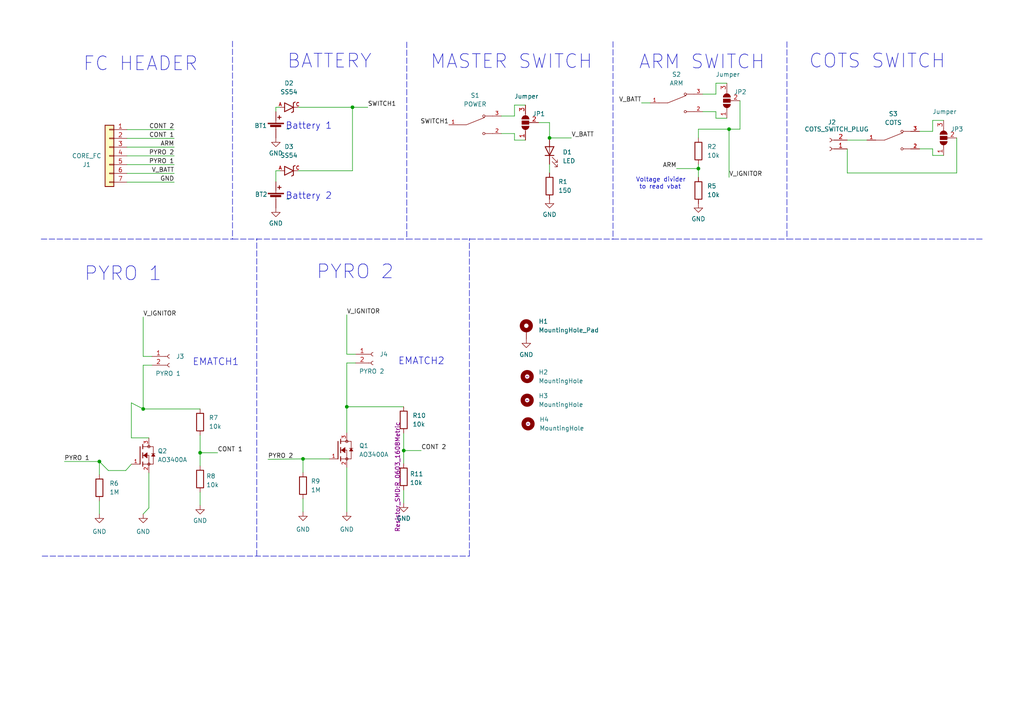
<source format=kicad_sch>
(kicad_sch (version 20211123) (generator eeschema)
  (paper "A4")
  (lib_symbols
    (symbol "AO3400A:AO3400A" (pin_names (offset 1.016))
      (property "Reference" "Q" (at -8.89 2.54 0))
      (property "Value" "AO3400A" (at -8.89 -7.62 0))
      (symbol "AO3400A_0_0"
        (polyline (pts (xy 0 2.54) (xy 0 -2.54)) (stroke (width 0.254)))
        (polyline (pts (xy 0.762 -2.54) (xy 0.762 -3.175)) (stroke (width 0.254)))
        (polyline (pts (xy 0.762 -1.905) (xy 0.762 -2.54)) (stroke (width 0.254)))
        (polyline (pts (xy 0.762 0) (xy 0.762 -0.762)) (stroke (width 0.254)))
        (polyline (pts (xy 0.762 0) (xy 2.54 0)) (stroke (width 0.1524)))
        (polyline (pts (xy 0.762 0.762) (xy 0.762 0)) (stroke (width 0.254)))
        (polyline (pts (xy 0.762 2.54) (xy 0.762 1.905)) (stroke (width 0.254)))
        (polyline (pts (xy 0.762 2.54) (xy 3.81 2.54)) (stroke (width 0.1524)))
        (polyline (pts (xy 0.762 3.175) (xy 0.762 2.54)) (stroke (width 0.254)))
        (polyline (pts (xy 2.54 -2.54) (xy 0.762 -2.54)) (stroke (width 0.1524)))
        (polyline (pts (xy 2.54 -2.54) (xy 3.81 -2.54)) (stroke (width 0.1524)))
        (polyline (pts (xy 2.54 0) (xy 2.54 -2.54)) (stroke (width 0.1524)))
        (polyline (pts (xy 3.81 0.508) (xy 3.302 0.508)) (stroke (width 0.1524)))
        (polyline (pts (xy 3.81 0.508) (xy 3.81 -2.54)) (stroke (width 0.1524)))
        (polyline (pts (xy 3.81 2.54) (xy 3.81 0.508)) (stroke (width 0.1524)))
        (polyline (pts (xy 4.318 0.508) (xy 3.81 0.508)) (stroke (width 0.1524)))
        (polyline (pts (xy 1.016 0) (xy 2.032 0.762) (xy 2.032 -0.762) (xy 1.016 0)) (stroke (width 0.1524)) (fill (type outline)))
        (polyline (pts (xy 3.81 0.508) (xy 3.302 -0.254) (xy 4.318 -0.254) (xy 3.81 0.508)) (stroke (width 0.1524)) (fill (type outline)))
        (circle (center 2.54 -2.54) (radius 0.3592))
        (circle (center 2.54 2.54) (radius 0.3592))
        (pin passive line (at -2.54 -2.54 0) (length 2.54) (name "~") (number "1"))
        (pin passive line (at 2.54 -5.08 90) (length 2.54) (name "~") (number "2"))
        (pin passive line (at 2.54 5.08 270) (length 2.54) (name "~") (number "3"))
      )
    )
    (symbol "Connector:Conn_01x02_Female" (pin_names (offset 1.016) hide)
      (property "Reference" "J" (at 0 2.54 0))
      (property "Value" "Conn_01x02_Female" (at 0 -5.08 0))
      (symbol "Conn_01x02_Female_1_1"
        (arc (start 0 -2.032) (mid -0.508 -2.54) (end 0 -3.048) (stroke (width 0.1524)))
        (polyline (pts (xy -1.27 -2.54) (xy -0.508 -2.54)) (stroke (width 0.1524)))
        (polyline (pts (xy -1.27 0) (xy -0.508 0)) (stroke (width 0.1524)))
        (arc (start 0 0.508) (mid -0.508 0) (end 0 -0.508) (stroke (width 0.1524)))
        (pin passive line (at -5.08 0 0) (length 3.81) (name "Pin_1") (number "1"))
        (pin passive line (at -5.08 -2.54 0) (length 3.81) (name "Pin_2") (number "2"))
      )
    )
    (symbol "Connector_Generic:Conn_01x07" (pin_names (offset 1.016) hide)
      (property "Reference" "J" (at 0 10.16 0))
      (property "Value" "Conn_01x07" (at 0 -10.16 0))
      (symbol "Conn_01x07_1_1"
        (rectangle (start -1.27 -7.493) (end 0 -7.747) (stroke (width 0.1524)))
        (rectangle (start -1.27 -4.953) (end 0 -5.207) (stroke (width 0.1524)))
        (rectangle (start -1.27 -2.413) (end 0 -2.667) (stroke (width 0.1524)))
        (rectangle (start -1.27 0.127) (end 0 -0.127) (stroke (width 0.1524)))
        (rectangle (start -1.27 2.667) (end 0 2.413) (stroke (width 0.1524)))
        (rectangle (start -1.27 5.207) (end 0 4.953) (stroke (width 0.1524)))
        (rectangle (start -1.27 7.747) (end 0 7.493) (stroke (width 0.1524)))
        (rectangle (start -1.27 8.89) (end 1.27 -8.89) (stroke (width 0.254)) (fill (type background)))
        (pin passive line (at -5.08 7.62 0) (length 3.81) (name "Pin_1") (number "1"))
        (pin passive line (at -5.08 5.08 0) (length 3.81) (name "Pin_2") (number "2"))
        (pin passive line (at -5.08 2.54 0) (length 3.81) (name "Pin_3") (number "3"))
        (pin passive line (at -5.08 0 0) (length 3.81) (name "Pin_4") (number "4"))
        (pin passive line (at -5.08 -2.54 0) (length 3.81) (name "Pin_5") (number "5"))
        (pin passive line (at -5.08 -5.08 0) (length 3.81) (name "Pin_6") (number "6"))
        (pin passive line (at -5.08 -7.62 0) (length 3.81) (name "Pin_7") (number "7"))
      )
    )
    (symbol "Device:Battery_Cell" (pin_numbers hide) (pin_names (offset 0) hide)
      (property "Reference" "BT" (at 2.54 2.54 0))
      (property "Value" "Battery_Cell" (at 2.54 0 0))
      (symbol "Battery_Cell_0_1"
        (rectangle (start -2.286 1.778) (end 2.286 1.524) (fill (type outline)))
        (rectangle (start -1.5748 1.1938) (end 1.4732 0.6858) (fill (type outline)))
        (polyline (pts (xy 0 0.762) (xy 0 0)))
        (polyline (pts (xy 0 1.778) (xy 0 2.54)))
        (polyline (pts (xy 0.508 3.429) (xy 1.524 3.429)) (stroke (width 0.254)))
        (polyline (pts (xy 1.016 3.937) (xy 1.016 2.921)) (stroke (width 0.254)))
      )
      (symbol "Battery_Cell_1_1"
        (pin passive line (at 0 5.08 270) (length 2.54) (name "+") (number "1"))
        (pin passive line (at 0 -2.54 90) (length 2.54) (name "-") (number "2"))
      )
    )
    (symbol "Device:LED" (pin_numbers hide) (pin_names (offset 1.016) hide)
      (property "Reference" "D" (at 0 2.54 0))
      (property "Value" "LED" (at 0 -2.54 0))
      (symbol "LED_0_1"
        (polyline (pts (xy -1.27 -1.27) (xy -1.27 1.27)) (stroke (width 0.254)))
        (polyline (pts (xy -1.27 0) (xy 1.27 0)))
        (polyline (pts (xy 1.27 -1.27) (xy 1.27 1.27) (xy -1.27 0) (xy 1.27 -1.27)) (stroke (width 0.254)))
        (polyline (pts (xy -3.048 -0.762) (xy -4.572 -2.286) (xy -3.81 -2.286) (xy -4.572 -2.286) (xy -4.572 -1.524)))
        (polyline (pts (xy -1.778 -0.762) (xy -3.302 -2.286) (xy -2.54 -2.286) (xy -3.302 -2.286) (xy -3.302 -1.524)))
      )
      (symbol "LED_1_1"
        (pin passive line (at -3.81 0 0) (length 2.54) (name "K") (number "1"))
        (pin passive line (at 3.81 0 180) (length 2.54) (name "A") (number "2"))
      )
    )
    (symbol "Device:R" (pin_numbers hide) (pin_names (offset 0))
      (property "Reference" "R" (at 2.032 0 90))
      (property "Value" "R" (at 0 0 90))
      (symbol "R_0_1"
        (rectangle (start -1.016 -2.54) (end 1.016 2.54) (stroke (width 0.254)))
      )
      (symbol "R_1_1"
        (pin passive line (at 0 3.81 270) (length 1.27) (name "~") (number "1"))
        (pin passive line (at 0 -3.81 90) (length 1.27) (name "~") (number "2"))
      )
    )
    (symbol "Jumper:SolderJumper_3_Open" (pin_names (offset 0) hide)
      (property "Reference" "JP" (at -2.54 -2.54 0))
      (property "Value" "SolderJumper_3_Open" (at 0 2.794 0))
      (symbol "SolderJumper_3_Open_0_1"
        (arc (start -1.016 1.016) (mid -2.032 0) (end -1.016 -1.016))
        (arc (start -1.016 1.016) (mid -2.032 0) (end -1.016 -1.016) (fill (type outline)))
        (rectangle (start -0.508 1.016) (end 0.508 -1.016) (fill (type outline)))
        (polyline (pts (xy -2.54 0) (xy -2.032 0)))
        (polyline (pts (xy -1.016 1.016) (xy -1.016 -1.016)))
        (polyline (pts (xy 0 -1.27) (xy 0 -1.016)))
        (polyline (pts (xy 1.016 1.016) (xy 1.016 -1.016)))
        (polyline (pts (xy 2.54 0) (xy 2.032 0)))
        (arc (start 1.016 -1.016) (mid 2.032 0) (end 1.016 1.016))
        (arc (start 1.016 -1.016) (mid 2.032 0) (end 1.016 1.016) (fill (type outline)))
      )
      (symbol "SolderJumper_3_Open_1_1"
        (pin passive line (at -5.08 0 0) (length 2.54) (name "A") (number "1"))
        (pin passive line (at 0 -3.81 90) (length 2.54) (name "C") (number "2"))
        (pin passive line (at 5.08 0 180) (length 2.54) (name "B") (number "3"))
      )
    )
    (symbol "Mechanical:MountingHole" (pin_names (offset 1.016))
      (property "Reference" "H" (at 0 5.08 0))
      (property "Value" "MountingHole" (at 0 3.175 0))
      (symbol "MountingHole_0_1"
        (circle (center 0 0) (radius 1.27) (stroke (width 1.27)))
      )
    )
    (symbol "Mechanical:MountingHole_Pad" (pin_numbers hide) (pin_names (offset 1.016) hide)
      (property "Reference" "H" (at 0 6.35 0))
      (property "Value" "MountingHole_Pad" (at 0 4.445 0))
      (symbol "MountingHole_Pad_0_1"
        (circle (center 0 1.27) (radius 1.27) (stroke (width 1.27)))
      )
      (symbol "MountingHole_Pad_1_1"
        (pin input line (at 0 -2.54 90) (length 2.54) (name "1") (number "1"))
      )
    )
    (symbol "SS54:SS54" (pin_names (offset 1.016))
      (property "Reference" "D" (at 2.54 0.4826 0))
      (property "Value" "SS54" (at 2.54 -2.3114 0))
      (symbol "SS54_0_0"
        (polyline (pts (xy -2.54 0) (xy -1.27 0)) (stroke (width 0.1524)))
        (polyline (pts (xy -1.27 -1.27) (xy 1.27 0)) (stroke (width 0.254)))
        (polyline (pts (xy -1.27 0) (xy -1.27 -1.27)) (stroke (width 0.254)))
        (polyline (pts (xy -1.27 1.27) (xy -1.27 0)) (stroke (width 0.254)))
        (polyline (pts (xy 1.27 -1.27) (xy 0.762 -1.524)) (stroke (width 0.254)))
        (polyline (pts (xy 1.27 0) (xy -1.27 1.27)) (stroke (width 0.254)))
        (polyline (pts (xy 1.27 0) (xy 1.27 -1.27)) (stroke (width 0.254)))
        (polyline (pts (xy 1.27 1.27) (xy 1.27 0)) (stroke (width 0.254)))
        (polyline (pts (xy 1.27 1.27) (xy 1.778 1.524)) (stroke (width 0.254)))
        (polyline (pts (xy 2.54 0) (xy 1.27 0)) (stroke (width 0.1524)))
        (pin passive line (at -2.54 0 0) (length 0) (name "~") (number "A"))
        (pin passive line (at 2.54 0 180) (length 0) (name "~") (number "C"))
      )
    )
    (symbol "omron_D2F:D2F-01F" (pin_names (offset 1.016))
      (property "Reference" "S" (at -2.54 5.08 0))
      (property "Value" "D2F-01F" (at -2.54 -5.08 0))
      (symbol "D2F-01F_0_0"
        (polyline (pts (xy -2.54 0) (xy -5.08 0)) (stroke (width 0.1524)))
        (polyline (pts (xy -2.54 0) (xy 2.794 2.1336)) (stroke (width 0.1524)))
        (polyline (pts (xy 5.08 -2.54) (xy 2.921 -2.54)) (stroke (width 0.1524)))
        (polyline (pts (xy 5.08 2.54) (xy 2.921 2.54)) (stroke (width 0.1524)))
        (circle (center 2.54 -2.54) (radius 0.3302) (stroke (width 0.1524)))
        (circle (center 2.54 2.54) (radius 0.3302) (stroke (width 0.1524)))
        (pin passive line (at -7.62 0 0) (length 2.54) (name "~") (number "1"))
        (pin passive line (at 7.62 -2.54 180) (length 2.54) (name "~") (number "2"))
        (pin passive line (at 7.62 2.54 180) (length 2.54) (name "~") (number "3"))
      )
    )
    (symbol "power:GND" (power) (pin_names (offset 0))
      (property "Value" "GND" (at 0 -3.81 0))
      (symbol "GND_0_1"
        (polyline (pts (xy 0 0) (xy 0 -1.27) (xy 1.27 -1.27) (xy 0 -2.54) (xy -1.27 -1.27) (xy 0 -1.27)))
      )
      (symbol "GND_1_1"
        (pin power_in line (at 0 0 270) (length 0) hide (name "GND") (number "1"))
      )
    )
  )
  (junction (at 159.385 40.005))
  (junction (at 41.529 118.618))
  (junction (at 28.829 133.858))
  (junction (at 100.584 117.983))
  (junction (at 202.565 48.895))
  (junction (at 58.039 131.318))
  (junction (at 87.884 133.096))
  (junction (at 117.094 130.683))
  (junction (at 102.235 31.115))
  (junction (at 211.455 37.465))
  (wire (pts (xy 117.094 142.113) (xy 117.094 145.923)))
  (polyline (pts (xy 228.346 69.342) (xy 284.988 69.342)))
  (wire (pts (xy 245.745 50.165) (xy 245.745 43.18)))
  (polyline (pts (xy 67.437 69.342) (xy 117.983 69.342)))
  (wire (pts (xy 80.01 31.115) (xy 80.01 32.385)))
  (wire (pts (xy 100.584 105.283) (xy 100.584 117.983)))
  (wire (pts (xy 159.385 47.625) (xy 159.385 50.165)))
  (wire (pts (xy 214.63 37.465) (xy 211.455 37.465)))
  (wire (pts (xy 207.645 27.305) (xy 207.645 24.13)))
  (wire (pts (xy 102.235 31.115) (xy 106.68 31.115)))
  (wire (pts (xy 202.565 37.465) (xy 211.455 37.465)))
  (wire (pts (xy 38.1 127) (xy 38.1 116.84)))
  (wire (pts (xy 266.7 38.1) (xy 270.51 38.1)))
  (wire (pts (xy 245.745 50.165) (xy 277.495 50.165)))
  (wire (pts (xy 214.63 29.21) (xy 214.63 37.465)))
  (wire (pts (xy 86.36 31.115) (xy 102.235 31.115)))
  (wire (pts (xy 100.584 135.636) (xy 100.584 148.463)))
  (polyline (pts (xy 228.2444 12.0904) (xy 228.2444 69.342)))
  (wire (pts (xy 100.584 117.983) (xy 100.584 125.476)))
  (wire (pts (xy 41.529 103.378) (xy 44.069 103.378)))
  (wire (pts (xy 186.055 29.845) (xy 188.595 29.845)))
  (wire (pts (xy 149.225 38.735) (xy 149.225 40.64)))
  (wire (pts (xy 149.225 33.655) (xy 149.225 30.48)))
  (wire (pts (xy 36.83 45.212) (xy 50.5291 45.212)))
  (wire (pts (xy 43.18 147.32) (xy 41.529 149.098)))
  (wire (pts (xy 207.645 32.385) (xy 207.645 34.29)))
  (wire (pts (xy 203.835 27.305) (xy 207.645 27.305)))
  (polyline (pts (xy 117.983 12.192) (xy 117.983 69.342)))
  (wire (pts (xy 58.039 126.238) (xy 58.039 131.318)))
  (polyline (pts (xy 12.2174 161.29) (xy 136.144 161.29)))
  (polyline (pts (xy 177.8 69.342) (xy 228.2444 69.342)))
  (wire (pts (xy 36.83 37.592) (xy 50.5291 37.592)))
  (wire (pts (xy 58.039 142.748) (xy 58.039 146.558)))
  (wire (pts (xy 117.094 125.603) (xy 117.094 130.683)))
  (wire (pts (xy 117.094 130.683) (xy 122.174 130.683)))
  (wire (pts (xy 203.835 32.385) (xy 207.645 32.385)))
  (wire (pts (xy 28.829 145.288) (xy 28.829 149.098)))
  (polyline (pts (xy 11.938 69.342) (xy 67.437 69.342)))
  (wire (pts (xy 41.529 105.918) (xy 44.069 105.918)))
  (wire (pts (xy 38.1 116.84) (xy 41.529 118.618)))
  (wire (pts (xy 207.645 34.29) (xy 210.82 34.29)))
  (wire (pts (xy 36.83 47.752) (xy 50.5291 47.752)))
  (wire (pts (xy 277.495 40.005) (xy 277.495 50.165)))
  (wire (pts (xy 270.51 43.18) (xy 270.51 45.085)))
  (wire (pts (xy 145.415 33.655) (xy 149.225 33.655)))
  (wire (pts (xy 100.584 117.983) (xy 117.094 117.983)))
  (polyline (pts (xy 177.8 12.065) (xy 177.8 69.342)))
  (wire (pts (xy 87.884 133.096) (xy 95.504 133.096)))
  (wire (pts (xy 58.039 131.318) (xy 63.119 131.318)))
  (wire (pts (xy 207.645 24.13) (xy 210.82 24.13)))
  (wire (pts (xy 36.83 42.672) (xy 50.5291 42.672)))
  (wire (pts (xy 211.455 37.465) (xy 211.455 51.435)))
  (wire (pts (xy 270.51 34.925) (xy 273.685 34.925)))
  (wire (pts (xy 156.21 35.56) (xy 159.385 35.56)))
  (wire (pts (xy 102.235 31.115) (xy 102.235 49.53)))
  (wire (pts (xy 149.225 30.48) (xy 152.4 30.48)))
  (wire (pts (xy 159.385 35.56) (xy 159.385 40.005)))
  (wire (pts (xy 117.094 130.683) (xy 117.094 134.493)))
  (wire (pts (xy 36.83 50.292) (xy 50.5291 50.292)))
  (wire (pts (xy 266.7 43.18) (xy 270.51 43.18)))
  (wire (pts (xy 58.039 131.318) (xy 58.039 135.128)))
  (wire (pts (xy 270.51 38.1) (xy 270.51 34.925)))
  (wire (pts (xy 245.745 40.64) (xy 251.46 40.64)))
  (wire (pts (xy 18.669 133.858) (xy 28.829 133.858)))
  (wire (pts (xy 81.28 49.53) (xy 80.01 49.53)))
  (wire (pts (xy 100.584 102.743) (xy 103.124 102.743)))
  (wire (pts (xy 80.01 49.53) (xy 80.01 52.705)))
  (wire (pts (xy 159.385 40.005) (xy 165.735 40.005)))
  (polyline (pts (xy 67.437 11.938) (xy 67.437 69.342)))
  (wire (pts (xy 41.529 118.618) (xy 41.529 105.918)))
  (wire (pts (xy 28.829 133.858) (xy 28.829 137.668)))
  (wire (pts (xy 87.884 133.096) (xy 87.884 137.033)))
  (wire (pts (xy 36.83 40.132) (xy 50.5291 40.132)))
  (wire (pts (xy 145.415 38.735) (xy 149.225 38.735)))
  (wire (pts (xy 77.724 133.223) (xy 87.884 133.096)))
  (wire (pts (xy 31.4198 136.4742) (xy 28.829 133.858)))
  (wire (pts (xy 196.215 48.895) (xy 202.565 48.895)))
  (wire (pts (xy 100.584 105.283) (xy 103.124 105.283)))
  (wire (pts (xy 31.4198 136.4742) (xy 36.4744 136.4742)))
  (wire (pts (xy 270.51 45.085) (xy 273.685 45.085)))
  (wire (pts (xy 41.529 118.618) (xy 58.039 118.618)))
  (wire (pts (xy 41.529 91.948) (xy 41.529 103.378)))
  (wire (pts (xy 86.36 49.53) (xy 102.235 49.53)))
  (polyline (pts (xy 117.983 69.342) (xy 177.8 69.342)))
  (wire (pts (xy 159.385 40.005) (xy 159.385 40.132)))
  (wire (pts (xy 202.565 47.625) (xy 202.565 48.895)))
  (wire (pts (xy 36.83 52.832) (xy 50.5291 52.832)))
  (polyline (pts (xy 136.144 161.29) (xy 136.144 69.2404)))
  (wire (pts (xy 87.884 144.653) (xy 87.884 148.463)))
  (wire (pts (xy 43.18 137.16) (xy 43.18 147.32)))
  (wire (pts (xy 202.565 48.895) (xy 202.565 51.435)))
  (polyline (pts (xy 74.4728 161.2392) (xy 74.4728 69.2912)))
  (wire (pts (xy 38.1 127) (xy 43.18 127)))
  (wire (pts (xy 38.1 134.62) (xy 36.4744 136.4742)))
  (wire (pts (xy 100.584 91.313) (xy 100.584 102.743)))
  (wire (pts (xy 81.28 31.115) (xy 80.01 31.115)))
  (wire (pts (xy 202.565 40.005) (xy 202.565 37.465)))
  (wire (pts (xy 149.225 40.64) (xy 152.4 40.64)))
  (polyline (pts (xy 136.144 69.2404) (xy 136.271 69.2404)))
  (polyline (pts (xy 74.4728 69.2912) (xy 74.5744 69.2912)))
  (text "ARM SWITCH" (at 185.1914 20.4216 0) (effects (font (size 4 4)) (justify left bottom)))
  (text "EMATCH1" (at 55.8292 106.2736 0) (effects (font (size 2 2)) (justify left bottom)))
  (text "PYRO 1" (at 24.3332 81.8388 0) (effects (font (size 4 4)) (justify left bottom)))
  (text "BATTERY" (at 83.185 20.193 0) (effects (font (size 4 4)) (justify left bottom)))
  (text "EMATCH2\n" (at 115.4684 106.0196 0) (effects (font (size 2 2)) (justify left bottom)))
  (text "Voltage divider\n to read vbat" (at 184.404 55.0164 0) (effects (font (size 1.27 1.27)) (justify left bottom)))
  (text "MASTER SWITCH" (at 124.714 20.32 0) (effects (font (size 4 4)) (justify left bottom)))
  (text "PYRO 2" (at 91.6686 81.3054 0) (effects (font (size 4 4)) (justify left bottom)))
  (text "Battery 2\n" (at 82.804 58.039 0) (effects (font (size 1.905 1.905)) (justify left bottom)))
  (text "FC HEADER" (at 24.003 20.955 0) (effects (font (size 4 4)) (justify left bottom)))
  (text "COTS SWITCH" (at 234.5182 20.1676 0) (effects (font (size 4 4)) (justify left bottom)))
  (text "Battery 1" (at 82.804 37.719 0) (effects (font (size 1.905 1.905)) (justify left bottom)))
  (label "ARM" (at 196.215 48.895 180))
  (label "V_BATT" (at 50.5291 50.292 180))
  (label "CONT 1" (at 63.119 131.318 0))
  (label "CONT 2" (at 122.174 130.683 0))
  (label "V_BATT" (at 165.735 40.005 0))
  (label "CONT 2" (at 50.5291 37.592 180))
  (label "ARM" (at 50.5291 42.672 180))
  (label "SWITCH1" (at 130.175 36.195 180))
  (label "V_BATT" (at 186.055 29.845 180))
  (label "GND" (at 50.5291 52.832 180))
  (label "V_IGNITOR" (at 211.455 51.435 0))
  (label "V_IGNITOR" (at 41.529 91.948 0))
  (label "SWITCH1" (at 106.68 31.115 0))
  (label "PYRO 1" (at 50.5291 47.752 180))
  (label "PYRO 2" (at 77.724 133.223 0))
  (label "PYRO 1" (at 18.669 133.858 0))
  (label "PYRO 2" (at 50.5291 45.212 180))
  (label "V_IGNITOR" (at 100.584 91.313 0))
  (label "CONT 1" (at 50.5291 40.132 180))
  (symbol (lib_id "Device:LED") (at 159.385 43.815 90) (unit 1)
    (property "Reference" "D1" (at 163.195 44.1324 90) (effects (justify right)))
    (property "Value" "LED" (at 163.195 46.6724 90) (effects (justify right)))
    (property "Footprint" "LED_SMD:LED_0603_1608Metric" (effects hide))
    (property "Vendor" "C2290" (effects hide))
  )
  (symbol (lib_id "power:GND") (at 159.385 57.785 0) (unit 1)
    (property "Reference" "#PWR03" (effects hide))
    (property "Value" "GND" (at 159.385 62.2284 0))
  )
  (symbol (lib_id "omron_D2F:D2F-01F") (at 259.08 40.64 0) (unit 1)
    (property "Reference" "S3" (at 259.08 33.02 0))
    (property "Value" "COTS" (at 259.08 35.56 0))
    (property "Footprint" "Sensors:SW_D2F-01F" (effects hide))
    (property "STANDARD" "Manufacturer Recommendations" (effects hide))
    (property "MAXIMUM_PACKAGE_HEIGHT" "7.8 mm" (effects hide))
    (property "MANUFACTURER" "Omron" (effects hide))
    (property "PARTREV" "B036-E1-12" (effects hide))
    (property "SNAPEDA_PN" "D2F-01F" (effects hide))
  )
  (symbol (lib_id "power:GND") (at 28.829 149.098 0) (unit 1)
    (property "Reference" "#PWR0108" (effects hide))
    (property "Value" "GND" (at 28.829 154.178 0))
  )
  (symbol (lib_id "Device:R") (at 117.094 121.793 0) (unit 1)
    (property "Reference" "R10" (at 119.634 120.5229 0) (effects (justify left)))
    (property "Value" "10k" (at 119.634 123.0629 0) (effects (justify left)))
    (property "Footprint" "Resistor_SMD:R_0603_1608Metric" (effects hide))
    (property "Vendor" "C25804" (effects hide))
  )
  (symbol (lib_id "power:GND") (at 202.565 59.055 0) (unit 1)
    (property "Reference" "#PWR0105" (effects hide))
    (property "Value" "GND" (at 202.565 63.4984 0))
  )
  (symbol (lib_id "power:GND") (at 80.01 60.325 0) (unit 1)
    (property "Reference" "#PWR01" (effects hide))
    (property "Value" "GND" (at 80.01 64.7684 0))
  )
  (symbol (lib_id "Device:R") (at 159.385 53.975 180) (unit 1)
    (property "Reference" "R1" (at 161.925 52.7049 0) (effects (justify right)))
    (property "Value" "150" (at 161.925 55.2449 0) (effects (justify right)))
    (property "Footprint" "Resistor_SMD:R_0603_1608Metric" (effects hide))
    (property "Vendor" "C22808" (effects hide))
  )
  (symbol (lib_id "AO3400A:AO3400A") (at 40.64 132.08 0) (unit 1)
    (property "Reference" "Q2" (at 45.72 130.8099 0) (effects (justify left)))
    (property "Value" "AO3400A" (at 45.72 133.3499 0) (effects (justify left)))
    (property "Footprint" "SOT95P280X125-3N" (effects hide))
    (property "STANDARD" "IPC 7351B" (effects hide))
    (property "MAXIMUM_PACKAGE_HEIGHT" "1.25 mm" (effects hide))
    (property "MANUFACTURER" "Alpha & Omega Semiconductor" (effects hide))
    (property "PARTREV" "L" (effects hide))
    (property "Vendor" "C20917" (effects hide))
  )
  (symbol (lib_id "Jumper:SolderJumper_3_Open") (at 273.685 40.005 90) (unit 1)
    (property "Reference" "JP3" (at 279.4 37.465 90) (effects (justify left)))
    (property "Value" "Jumper" (at 277.495 32.385 90) (effects (justify left)))
    (property "Footprint" "Jumper:SolderJumper-3_P1.3mm_Open_Pad1.0x1.5mm_NumberLabels" (effects hide))
  )
  (symbol (lib_id "Connector:Conn_01x02_Female") (at 108.204 102.743 0) (unit 1)
    (property "Reference" "J4" (at 110.109 102.7429 0) (effects (justify left)))
    (property "Value" "PYRO 2" (at 104.14 107.696 0) (effects (justify left)))
    (property "Footprint" "JST:JST_SFH_SM02B-SFHRS-TF_02x1.80mm_Angled" (effects hide))
  )
  (symbol (lib_id "omron_D2F:D2F-01F") (at 196.215 29.845 0) (unit 1)
    (property "Reference" "S2" (at 196.215 21.59 0))
    (property "Value" "ARM" (at 196.215 24.13 0))
    (property "Footprint" "Sensors:SW_D2F-01F" (effects hide))
    (property "STANDARD" "Manufacturer Recommendations" (effects hide))
    (property "MAXIMUM_PACKAGE_HEIGHT" "7.8 mm" (effects hide))
    (property "MANUFACTURER" "Omron" (effects hide))
    (property "PARTREV" "B036-E1-12" (effects hide))
    (property "SNAPEDA_PN" "D2F-01F" (effects hide))
  )
  (symbol (lib_id "Jumper:SolderJumper_3_Open") (at 210.82 29.21 90) (unit 1)
    (property "Reference" "JP2" (at 216.535 26.67 90) (effects (justify left)))
    (property "Value" "Jumper" (at 214.63 21.59 90) (effects (justify left)))
    (property "Footprint" "Jumper:SolderJumper-3_P1.3mm_Open_Pad1.0x1.5mm_NumberLabels" (effects hide))
  )
  (symbol (lib_id "SS54:SS54") (at 83.82 31.115 0) (unit 1)
    (property "Reference" "D2" (at 83.82 24.13 0))
    (property "Value" "SS54" (at 83.82 26.67 0))
    (property "Footprint" "JLC_footprints:DO-214AC" (effects hide))
    (property "Vendor" "C22452" (effects hide))
  )
  (symbol (lib_id "Device:R") (at 87.884 140.843 0) (unit 1)
    (property "Reference" "R9" (at 90.17 139.5729 0) (effects (justify left)))
    (property "Value" "1M" (at 90.17 142.1129 0) (effects (justify left)))
    (property "Footprint" "Resistor_SMD:R_0603_1608Metric" (effects hide))
    (property "Vendor" "C22935" (effects hide))
  )
  (symbol (lib_id "power:GND") (at 41.529 149.098 0) (unit 1)
    (property "Reference" "#PWR0107" (effects hide))
    (property "Value" "GND" (at 41.529 154.178 0))
  )
  (symbol (lib_id "Device:R") (at 58.039 122.428 0) (unit 1)
    (property "Reference" "R7" (at 60.579 121.1579 0) (effects (justify left)))
    (property "Value" "10k" (at 60.579 123.6979 0) (effects (justify left)))
    (property "Footprint" "Resistor_SMD:R_0603_1608Metric" (effects hide))
    (property "Vendor" "C25804" (effects hide))
  )
  (symbol (lib_id "Device:R") (at 28.829 141.478 0) (unit 1)
    (property "Reference" "R6" (at 31.75 140.2079 0) (effects (justify left)))
    (property "Value" "1M" (at 31.75 142.7479 0) (effects (justify left)))
    (property "Footprint" "Resistor_SMD:R_0603_1608Metric" (effects hide))
    (property "Vendor" "C22935" (effects hide))
  )
  (symbol (lib_id "Connector_Generic:Conn_01x07") (at 31.75 45.212 0) (mirror y) (unit 1)
    (property "Reference" "J1" (at 25.146 47.752 0))
    (property "Value" "CORE_FC" (at 25.146 45.212 0))
    (property "Footprint" "Connector_JST:JST_PH_S7B-PH-K_1x07_P2.00mm_Horizontal" (effects hide))
  )
  (symbol (lib_id "Mechanical:MountingHole_Pad") (at 152.654 95.758 0) (unit 1)
    (property "Reference" "H1" (at 156.21 93.2179 0) (effects (justify left)))
    (property "Value" "MountingHole_Pad" (at 156.21 95.7579 0) (effects (justify left)))
    (property "Footprint" "MountingHole:MountingHole_3.2mm_M3_DIN965_Pad_TopBottom" (effects hide))
  )
  (symbol (lib_id "power:GND") (at 117.094 145.923 0) (unit 1)
    (property "Reference" "#PWR0101" (effects hide))
    (property "Value" "GND" (at 117.094 150.3664 0))
  )
  (symbol (lib_id "SS54:SS54") (at 83.82 49.53 0) (unit 1)
    (property "Reference" "D3" (at 83.82 42.545 0))
    (property "Value" "SS54" (at 83.82 45.085 0))
    (property "Footprint" "JLC_footprints:DO-214AC" (effects hide))
    (property "Vendor" "C22452" (effects hide))
  )
  (symbol (lib_id "Device:Battery_Cell") (at 80.01 57.785 0) (unit 1)
    (property "Reference" "BT2" (at 73.914 56.388 0) (effects (justify left)))
    (property "Value" "~" (at 83.0072 57.658 0) (effects (justify left)))
    (property "Footprint" "JST:JST_SFH_SM02B-SFHRS-TF_02x1.80mm_Angled" (effects hide))
  )
  (symbol (lib_id "Device:R") (at 202.565 43.815 180) (unit 1)
    (property "Reference" "R2" (at 205.105 42.5449 0) (effects (justify right)))
    (property "Value" "10k" (at 205.105 45.0849 0) (effects (justify right)))
    (property "Footprint" "Resistor_SMD:R_0603_1608Metric" (effects hide))
    (property "Vendor" "C25804" (effects hide))
  )
  (symbol (lib_id "Device:R") (at 117.094 138.303 0) (unit 1)
    (property "Reference" "R11" (at 118.872 137.4683 0) (effects (justify left)))
    (property "Value" "10k" (at 118.872 140.0052 0) (effects (justify left)))
    (property "Footprint" "Resistor_SMD:R_0603_1608Metric" (at 115.316 138.303 90))
    (property "Vendor" "C25804" (effects hide))
  )
  (symbol (lib_id "Jumper:SolderJumper_3_Open") (at 152.4 35.56 90) (unit 1)
    (property "Reference" "JP1" (at 158.115 33.02 90) (effects (justify left)))
    (property "Value" "Jumper" (at 156.21 27.94 90) (effects (justify left)))
    (property "Footprint" "Jumper:SolderJumper-3_P1.3mm_Open_Pad1.0x1.5mm_NumberLabels" (effects hide))
  )
  (symbol (lib_id "power:GND") (at 87.884 148.463 0) (unit 1)
    (property "Reference" "#PWR0102" (effects hide))
    (property "Value" "GND" (at 87.884 153.543 0))
  )
  (symbol (lib_id "Device:Battery_Cell") (at 80.01 37.465 0) (unit 1)
    (property "Reference" "BT1" (at 73.787 36.449 0) (effects (justify left)))
    (property "Value" "~" (at 83.0072 37.338 0) (effects (justify left)))
    (property "Footprint" "JST:JST_SFH_SM02B-SFHRS-TF_02x1.80mm_Angled" (effects hide))
  )
  (symbol (lib_id "Mechanical:MountingHole") (at 153.162 122.936 0) (unit 1)
    (property "Reference" "H4" (at 156.464 121.6659 0) (effects (justify left)))
    (property "Value" "MountingHole" (at 156.464 124.2059 0) (effects (justify left)))
    (property "Footprint" "MountingHole:MountingHole_3.2mm_M3_DIN965_Pad_TopBottom" (effects hide))
    (property "Datasheet" "~" (at 153.162 122.936 0))
  )
  (symbol (lib_id "AO3400A:AO3400A") (at 98.044 130.556 0) (unit 1)
    (property "Reference" "Q1" (at 104.14 129.2859 0) (effects (justify left)))
    (property "Value" "AO3400A" (at 104.14 131.8259 0) (effects (justify left)))
    (property "Footprint" "AO3400A:SOT95P280X125-3N" (effects hide))
    (property "STANDARD" "IPC 7351B" (effects hide))
    (property "MAXIMUM_PACKAGE_HEIGHT" "1.25 mm" (effects hide))
    (property "MANUFACTURER" "Alpha & Omega Semiconductor" (effects hide))
    (property "PARTREV" "L" (effects hide))
    (property "Vendor" "C20917" (effects hide))
  )
  (symbol (lib_id "Connector:Conn_01x02_Female") (at 49.149 103.378 0) (unit 1)
    (property "Reference" "J3" (at 51.054 103.3779 0) (effects (justify left)))
    (property "Value" "PYRO 1" (at 45.085 108.331 0) (effects (justify left)))
    (property "Footprint" "JST:JST_SFH_SM02B-SFHRS-TF_02x1.80mm_Angled" (effects hide))
  )
  (symbol (lib_id "Mechanical:MountingHole") (at 152.908 109.22 0) (unit 1)
    (property "Reference" "H2" (at 156.21 107.9499 0) (effects (justify left)))
    (property "Value" "MountingHole" (at 156.21 110.4899 0) (effects (justify left)))
    (property "Footprint" "MountingHole:MountingHole_3.2mm_M3_DIN965_Pad_TopBottom" (effects hide))
    (property "Datasheet" "~" (at 152.908 109.22 0))
  )
  (symbol (lib_id "power:GND") (at 80.01 40.005 0) (unit 1)
    (property "Reference" "#PWR02" (effects hide))
    (property "Value" "GND" (at 80.01 44.4484 0))
  )
  (symbol (lib_id "omron_D2F:D2F-01F") (at 137.795 36.195 0) (unit 1)
    (property "Reference" "S1" (at 137.795 27.686 0))
    (property "Value" "POWER" (at 137.795 30.226 0))
    (property "Footprint" "Sensors:SW_D2F-01F" (effects hide))
    (property "STANDARD" "Manufacturer Recommendations" (effects hide))
    (property "MAXIMUM_PACKAGE_HEIGHT" "7.8 mm" (effects hide))
    (property "MANUFACTURER" "Omron" (effects hide))
    (property "PARTREV" "B036-E1-12" (effects hide))
    (property "SNAPEDA_PN" "D2F-01F" (effects hide))
  )
  (symbol (lib_id "Device:R") (at 202.565 55.245 180) (unit 1)
    (property "Reference" "R5" (at 205.105 53.9749 0) (effects (justify right)))
    (property "Value" "10k" (at 205.105 56.5149 0) (effects (justify right)))
    (property "Footprint" "Resistor_SMD:R_0603_1608Metric" (effects hide))
    (property "Vendor" "C25804" (effects hide))
  )
  (symbol (lib_id "power:GND") (at 58.039 146.558 0) (unit 1)
    (property "Reference" "#PWR0106" (effects hide))
    (property "Value" "GND" (at 58.039 151.0014 0))
  )
  (symbol (lib_id "Mechanical:MountingHole") (at 152.908 116.078 0) (unit 1)
    (property "Reference" "H3" (at 156.21 114.8079 0) (effects (justify left)))
    (property "Value" "MountingHole" (at 156.21 117.3479 0) (effects (justify left)))
    (property "Footprint" "MountingHole:MountingHole_3.2mm_M3_DIN965_Pad_TopBottom" (effects hide))
    (property "Datasheet" "~" (at 152.908 116.078 0))
  )
  (symbol (lib_id "power:GND") (at 100.584 148.463 0) (unit 1)
    (property "Reference" "#PWR0103" (effects hide))
    (property "Value" "GND" (at 100.584 153.543 0))
  )
  (symbol (lib_id "Device:R") (at 58.039 138.938 0) (unit 1)
    (property "Reference" "R8" (at 59.817 138.1033 0) (effects (justify left)))
    (property "Value" "10k" (at 59.817 140.6402 0) (effects (justify left)))
    (property "Footprint" "Resistor_SMD:R_0603_1608Metric" (effects hide))
    (property "Vendor" "C25804" (effects hide))
  )
  (symbol (lib_id "power:GND") (at 152.654 98.298 0) (unit 1)
    (property "Reference" "#PWR0104" (effects hide))
    (property "Value" "GND" (at 152.654 102.87 0))
  )
  (symbol (lib_id "Connector:Conn_01x02_Female") (at 240.665 43.18 180) (unit 1)
    (property "Reference" "J2" (at 241.3 35.4584 0))
    (property "Value" "COTS_SWITCH_PLUG" (at 242.6462 37.465 0))
    (property "Footprint" "Connector_JST:JST_PH_S2B-PH-K_1x02_P2.00mm_Horizontal" (effects hide))
  )
)
</source>
